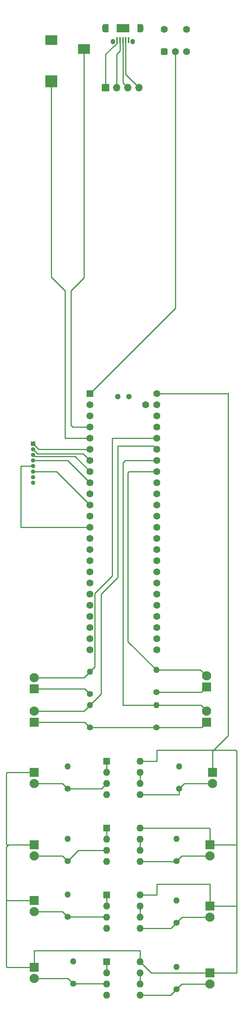
<source format=gbr>
%TF.GenerationSoftware,KiCad,Pcbnew,(6.0.1-0)*%
%TF.CreationDate,2022-01-31T22:42:59-05:00*%
%TF.ProjectId,Podoboard_0.3,506f646f-626f-4617-9264-5f302e332e6b,rev?*%
%TF.SameCoordinates,Original*%
%TF.FileFunction,Copper,L1,Top*%
%TF.FilePolarity,Positive*%
%FSLAX46Y46*%
G04 Gerber Fmt 4.6, Leading zero omitted, Abs format (unit mm)*
G04 Created by KiCad (PCBNEW (6.0.1-0)) date 2022-01-31 22:42:59*
%MOMM*%
%LPD*%
G01*
G04 APERTURE LIST*
G04 Aperture macros list*
%AMRoundRect*
0 Rectangle with rounded corners*
0 $1 Rounding radius*
0 $2 $3 $4 $5 $6 $7 $8 $9 X,Y pos of 4 corners*
0 Add a 4 corners polygon primitive as box body*
4,1,4,$2,$3,$4,$5,$6,$7,$8,$9,$2,$3,0*
0 Add four circle primitives for the rounded corners*
1,1,$1+$1,$2,$3*
1,1,$1+$1,$4,$5*
1,1,$1+$1,$6,$7*
1,1,$1+$1,$8,$9*
0 Add four rect primitives between the rounded corners*
20,1,$1+$1,$2,$3,$4,$5,0*
20,1,$1+$1,$4,$5,$6,$7,0*
20,1,$1+$1,$6,$7,$8,$9,0*
20,1,$1+$1,$8,$9,$2,$3,0*%
G04 Aperture macros list end*
%TA.AperFunction,ComponentPad*%
%ADD10C,1.600000*%
%TD*%
%TA.AperFunction,ComponentPad*%
%ADD11RoundRect,0.400000X-0.400000X0.400000X-0.400000X-0.400000X0.400000X-0.400000X0.400000X0.400000X0*%
%TD*%
%TA.AperFunction,ComponentPad*%
%ADD12R,1.700000X1.700000*%
%TD*%
%TA.AperFunction,ComponentPad*%
%ADD13O,1.700000X1.700000*%
%TD*%
%TA.AperFunction,ComponentPad*%
%ADD14R,1.600000X1.600000*%
%TD*%
%TA.AperFunction,ComponentPad*%
%ADD15C,1.300000*%
%TD*%
%TA.AperFunction,ComponentPad*%
%ADD16C,1.400000*%
%TD*%
%TA.AperFunction,ComponentPad*%
%ADD17O,1.400000X1.400000*%
%TD*%
%TA.AperFunction,ComponentPad*%
%ADD18O,1.600000X1.600000*%
%TD*%
%TA.AperFunction,ComponentPad*%
%ADD19R,2.100000X2.100000*%
%TD*%
%TA.AperFunction,ComponentPad*%
%ADD20C,2.100000*%
%TD*%
%TA.AperFunction,SMDPad,CuDef*%
%ADD21R,2.800000X2.200000*%
%TD*%
%TA.AperFunction,SMDPad,CuDef*%
%ADD22R,2.800000X2.800000*%
%TD*%
%TA.AperFunction,ComponentPad*%
%ADD23R,1.000000X1.000000*%
%TD*%
%TA.AperFunction,ComponentPad*%
%ADD24O,1.000000X1.000000*%
%TD*%
%TA.AperFunction,SMDPad,CuDef*%
%ADD25R,0.400000X1.350000*%
%TD*%
%TA.AperFunction,ComponentPad*%
%ADD26O,1.050000X1.250000*%
%TD*%
%TA.AperFunction,SMDPad,CuDef*%
%ADD27R,2.900000X1.900000*%
%TD*%
%TA.AperFunction,SMDPad,CuDef*%
%ADD28R,0.875000X1.900000*%
%TD*%
%TA.AperFunction,ComponentPad*%
%ADD29O,1.000000X1.900000*%
%TD*%
%TA.AperFunction,Conductor*%
%ADD30C,0.250000*%
%TD*%
G04 APERTURE END LIST*
D10*
%TO.P,SW1,*%
%TO.N,*%
X66675000Y-16520000D03*
X61595000Y-16520000D03*
D11*
%TO.P,SW1,1,A*%
%TO.N,Net-(J_GIGUE1-PadS)*%
X61595000Y-21600000D03*
D10*
%TO.P,SW1,2,B*%
%TO.N,GND*%
X64135000Y-21600000D03*
%TO.P,SW1,3,C*%
%TO.N,unconnected-(SW1-Pad3)*%
X66675000Y-21600000D03*
%TD*%
D12*
%TO.P,J9,1,VBUS*%
%TO.N,Net-(J8-Pad1)*%
X48270000Y-29845000D03*
D13*
%TO.P,J9,2,D-*%
%TO.N,Net-(J8-Pad2)*%
X50810000Y-29845000D03*
%TO.P,J9,3,D+*%
%TO.N,Net-(J8-Pad3)*%
X53350000Y-29845000D03*
%TO.P,J9,4,ID*%
%TO.N,Net-(J8-Pad4)*%
X55890000Y-29845000D03*
%TD*%
D14*
%TO.P,U4,1,GND*%
%TO.N,GND*%
X44694000Y-99558000D03*
D10*
%TO.P,U4,2,0_RX1_CRX2_CS1*%
%TO.N,unconnected-(U4-Pad2)*%
X44694000Y-102098000D03*
%TO.P,U4,3,1_TX1_CTX2_MISO1*%
%TO.N,unconnected-(U4-Pad3)*%
X44694000Y-104638000D03*
%TO.P,U4,4,2_OUT2*%
%TO.N,Net-(J_GIGUE1-PadR)*%
X44694000Y-107178000D03*
%TO.P,U4,5,3_LRCLK2*%
%TO.N,Net-(J_GIGUE1-PadT)*%
X44694000Y-109718000D03*
%TO.P,U4,6,4_BCLK2*%
%TO.N,BL*%
X44694000Y-112258000D03*
%TO.P,U4,7,5_IN2*%
%TO.N,RST*%
X44694000Y-114798000D03*
%TO.P,U4,8,6_OUT1D*%
%TO.N,DC*%
X44694000Y-117338000D03*
%TO.P,U4,9,7_RX2_OUT1A*%
%TO.N,CS*%
X44694000Y-119878000D03*
%TO.P,U4,10,8_TX2_IN1*%
%TO.N,unconnected-(U4-Pad10)*%
X44694000Y-122418000D03*
%TO.P,U4,11,9_OUT1C*%
%TO.N,DIN*%
X44694000Y-124958000D03*
%TO.P,U4,12,10_CS_MQSR*%
%TO.N,unconnected-(U4-Pad12)*%
X44694000Y-127498000D03*
%TO.P,U4,13,11_MOSI_CTX1*%
%TO.N,CLK*%
X44694000Y-130038000D03*
%TO.P,U4,14,12_MISO_MQSL*%
%TO.N,unconnected-(U4-Pad14)*%
X44694000Y-132578000D03*
%TO.P,U4,15,3V3*%
%TO.N,unconnected-(U4-Pad15)*%
X44694000Y-135118000D03*
%TO.P,U4,16,24_A10_TX6_SCL2*%
%TO.N,unconnected-(U4-Pad16)*%
X44694000Y-137658000D03*
%TO.P,U4,17,25_A11_RX6_SDA2*%
%TO.N,unconnected-(U4-Pad17)*%
X44694000Y-140198000D03*
%TO.P,U4,18,26_A12_MOSI1*%
%TO.N,unconnected-(U4-Pad18)*%
X44694000Y-142738000D03*
%TO.P,U4,19,27_A13_SCK1*%
%TO.N,unconnected-(U4-Pad19)*%
X44694000Y-145278000D03*
%TO.P,U4,20,28_RX7*%
%TO.N,unconnected-(U4-Pad20)*%
X44694000Y-147818000D03*
%TO.P,U4,21,29_TX7*%
%TO.N,unconnected-(U4-Pad21)*%
X44694000Y-150358000D03*
%TO.P,U4,22,30_CRX3*%
%TO.N,unconnected-(U4-Pad22)*%
X44694000Y-152898000D03*
%TO.P,U4,23,31_CTX3*%
%TO.N,unconnected-(U4-Pad23)*%
X44694000Y-155438000D03*
%TO.P,U4,24,32_OUT1B*%
%TO.N,unconnected-(U4-Pad24)*%
X44694000Y-157978000D03*
%TO.P,U4,25,33_MCLK2*%
%TO.N,unconnected-(U4-Pad25)*%
X59934000Y-157978000D03*
%TO.P,U4,26,34_RX8*%
%TO.N,unconnected-(U4-Pad26)*%
X59934000Y-155438000D03*
%TO.P,U4,27,35_TX8*%
%TO.N,unconnected-(U4-Pad27)*%
X59934000Y-152898000D03*
%TO.P,U4,28,36_CS*%
%TO.N,unconnected-(U4-Pad28)*%
X59934000Y-150358000D03*
%TO.P,U4,29,37_CS*%
%TO.N,unconnected-(U4-Pad29)*%
X59934000Y-147818000D03*
%TO.P,U4,30,38_CS1_IN1*%
%TO.N,unconnected-(U4-Pad30)*%
X59934000Y-145278000D03*
%TO.P,U4,31,39_MISO1_OUT1A*%
%TO.N,unconnected-(U4-Pad31)*%
X59934000Y-142738000D03*
%TO.P,U4,32,40_A16*%
%TO.N,Net-(U0-Pad6)*%
X59934000Y-140198000D03*
%TO.P,U4,33,41_A17*%
%TO.N,Net-(U1-Pad6)*%
X59934000Y-137658000D03*
%TO.P,U4,34,GND*%
%TO.N,unconnected-(U4-Pad34)*%
X59934000Y-135118000D03*
%TO.P,U4,35,13_SCK_LED*%
%TO.N,Net-(U2-Pad6)*%
X59934000Y-132578000D03*
%TO.P,U4,36,14_A0_TX3_SPDIF_OUT*%
%TO.N,Net-(U3-Pad6)*%
X59934000Y-130038000D03*
%TO.P,U4,37,15_A1_RX3_SPDIF_IN*%
%TO.N,Net-(U3-Pad1)*%
X59934000Y-127498000D03*
%TO.P,U4,38,16_A2_RX4_SCL1*%
%TO.N,Net-(U2-Pad1)*%
X59934000Y-124958000D03*
%TO.P,U4,39,17_A3_TX4_SDA1*%
%TO.N,Net-(U1-Pad1)*%
X59934000Y-122418000D03*
%TO.P,U4,40,18_A4_SDA*%
%TO.N,Net-(U0-Pad1)*%
X59934000Y-119878000D03*
%TO.P,U4,41,19_A5_SCL*%
%TO.N,Net-(U4-Pad41)*%
X59934000Y-117338000D03*
%TO.P,U4,42,20_A6_TX5_LRCLK1*%
%TO.N,Net-(U4-Pad42)*%
X59934000Y-114798000D03*
%TO.P,U4,43,21_A7_RX5_BCLK1*%
%TO.N,Net-(U4-Pad43)*%
X59934000Y-112258000D03*
%TO.P,U4,44,22_A8_CTX1*%
%TO.N,Net-(J10-Pad2)*%
X59934000Y-109718000D03*
%TO.P,U4,45,23_A9_CRX1_MCLK1*%
%TO.N,unconnected-(U4-Pad45)*%
X59934000Y-107178000D03*
%TO.P,U4,46,3V3*%
%TO.N,3.3v*%
X59934000Y-104638000D03*
%TO.P,U4,47,GND*%
%TO.N,Net-(R0-Pad2)*%
X59934000Y-102098000D03*
%TO.P,U4,48,VIN*%
%TO.N,Net-(J0-Pad1)*%
X59934000Y-99558000D03*
%TO.P,U4,49,VUSB*%
%TO.N,unconnected-(U4-Pad49)*%
X57394000Y-102098000D03*
D15*
%TO.P,U4,66,D-*%
%TO.N,unconnected-(U4-Pad66)*%
X53584000Y-100288000D03*
%TO.P,U4,67,D+*%
%TO.N,unconnected-(U4-Pad67)*%
X51044000Y-100288000D03*
%TD*%
D16*
%TO.P,R13,1*%
%TO.N,GND*%
X59817000Y-167667000D03*
D17*
%TO.P,R13,2*%
%TO.N,Net-(U4-Pad41)*%
X59817000Y-162587000D03*
%TD*%
D14*
%TO.P,U3,1*%
%TO.N,Net-(U3-Pad1)*%
X48514000Y-229108000D03*
D18*
%TO.P,U3,2*%
X48514000Y-231648000D03*
%TO.P,U3,3*%
%TO.N,Net-(J3-Pad2)*%
X48514000Y-234188000D03*
%TO.P,U3,4,GND*%
%TO.N,Net-(R0-Pad2)*%
X48514000Y-236728000D03*
%TO.P,U3,5*%
%TO.N,Net-(J4-Pad2)*%
X56134000Y-236728000D03*
%TO.P,U3,6*%
%TO.N,Net-(U3-Pad6)*%
X56134000Y-234188000D03*
%TO.P,U3,7*%
X56134000Y-231648000D03*
%TO.P,U3,8,V+*%
%TO.N,Net-(J0-Pad1)*%
X56134000Y-229108000D03*
%TD*%
D16*
%TO.P,R0,1*%
%TO.N,Net-(J0-Pad2)*%
X39614000Y-189678000D03*
D17*
%TO.P,R0,2*%
%TO.N,Net-(R0-Pad2)*%
X39614000Y-184598000D03*
%TD*%
D14*
%TO.P,U2,1*%
%TO.N,Net-(U2-Pad1)*%
X48514000Y-213868000D03*
D18*
%TO.P,U2,2*%
X48514000Y-216408000D03*
%TO.P,U2,3*%
%TO.N,Net-(J2-Pad2)*%
X48514000Y-218948000D03*
%TO.P,U2,4,GND*%
%TO.N,Net-(R0-Pad2)*%
X48514000Y-221488000D03*
%TO.P,U2,5*%
%TO.N,Net-(J5-Pad2)*%
X56134000Y-221488000D03*
%TO.P,U2,6*%
%TO.N,Net-(U2-Pad6)*%
X56134000Y-218948000D03*
%TO.P,U2,7*%
X56134000Y-216408000D03*
%TO.P,U2,8,V+*%
%TO.N,Net-(J0-Pad1)*%
X56134000Y-213868000D03*
%TD*%
D16*
%TO.P,R5,1*%
%TO.N,Net-(J5-Pad2)*%
X64394000Y-220208000D03*
D17*
%TO.P,R5,2*%
%TO.N,Net-(R0-Pad2)*%
X64394000Y-215128000D03*
%TD*%
D19*
%TO.P,J6,1,Pin_1*%
%TO.N,Net-(J0-Pad1)*%
X72014000Y-202428000D03*
D20*
%TO.P,J6,2,Pin_2*%
%TO.N,Net-(J6-Pad2)*%
X72014000Y-204968000D03*
%TD*%
D19*
%TO.P,J2,1,Pin_1*%
%TO.N,Net-(J0-Pad1)*%
X31994000Y-215128000D03*
D20*
%TO.P,J2,2,Pin_2*%
%TO.N,Net-(J2-Pad2)*%
X31994000Y-217668000D03*
%TD*%
D21*
%TO.P,J_GIGUE1,R*%
%TO.N,Net-(J_GIGUE1-PadR)*%
X43307000Y-21006000D03*
%TO.P,J_GIGUE1,S*%
%TO.N,Net-(J_GIGUE1-PadS)*%
X35907000Y-19006000D03*
D22*
%TO.P,J_GIGUE1,T*%
%TO.N,Net-(J_GIGUE1-PadT)*%
X35907000Y-28406000D03*
%TD*%
D19*
%TO.P,J7,1,Pin_1*%
%TO.N,Net-(J0-Pad1)*%
X72634000Y-185918000D03*
D20*
%TO.P,J7,2,Pin_2*%
%TO.N,Net-(J7-Pad2)*%
X72634000Y-188458000D03*
%TD*%
D16*
%TO.P,R1,1*%
%TO.N,Net-(J7-Pad2)*%
X65014000Y-189678000D03*
D17*
%TO.P,R1,2*%
%TO.N,Net-(R0-Pad2)*%
X65014000Y-184598000D03*
%TD*%
D19*
%TO.P,J12,1,Pin_1*%
%TO.N,GND*%
X71247000Y-174498000D03*
D20*
%TO.P,J12,2,Pin_2*%
%TO.N,Net-(U4-Pad42)*%
X71247000Y-171958000D03*
%TD*%
D19*
%TO.P,J13,1,Pin_1*%
%TO.N,GND*%
X71247000Y-166497000D03*
D20*
%TO.P,J13,2,Pin_2*%
%TO.N,Net-(U4-Pad41)*%
X71247000Y-163957000D03*
%TD*%
D23*
%TO.P,J_LCD1,1,Pin_1*%
%TO.N,BL*%
X31740000Y-110988000D03*
D24*
%TO.P,J_LCD1,2,Pin_2*%
%TO.N,RST*%
X31740000Y-112258000D03*
%TO.P,J_LCD1,3,Pin_3*%
%TO.N,DC*%
X31740000Y-113528000D03*
%TO.P,J_LCD1,4,Pin_4*%
%TO.N,CS*%
X31740000Y-114798000D03*
%TO.P,J_LCD1,5,Pin_5*%
%TO.N,CLK*%
X31740000Y-116068000D03*
%TO.P,J_LCD1,6,Pin_6*%
%TO.N,DIN*%
X31740000Y-117338000D03*
%TO.P,J_LCD1,7,Pin_7*%
%TO.N,GND*%
X31740000Y-118608000D03*
%TO.P,J_LCD1,8,Pin_8*%
%TO.N,3.3v*%
X31740000Y-119878000D03*
%TD*%
D16*
%TO.P,R12,1*%
%TO.N,GND*%
X59817000Y-175718000D03*
D17*
%TO.P,R12,2*%
%TO.N,Net-(U4-Pad42)*%
X59817000Y-170638000D03*
%TD*%
D14*
%TO.P,U1,1*%
%TO.N,Net-(U1-Pad1)*%
X48514000Y-198628000D03*
D18*
%TO.P,U1,2*%
X48514000Y-201168000D03*
%TO.P,U1,3*%
%TO.N,Net-(J1-Pad2)*%
X48514000Y-203708000D03*
%TO.P,U1,4,GND*%
%TO.N,Net-(R0-Pad2)*%
X48514000Y-206248000D03*
%TO.P,U1,5*%
%TO.N,Net-(J6-Pad2)*%
X56134000Y-206248000D03*
%TO.P,U1,6*%
%TO.N,Net-(U1-Pad6)*%
X56134000Y-203708000D03*
%TO.P,U1,7*%
X56134000Y-201168000D03*
%TO.P,U1,8,V+*%
%TO.N,Net-(J0-Pad1)*%
X56134000Y-198628000D03*
%TD*%
D19*
%TO.P,J11,1,Pin_1*%
%TO.N,GND*%
X31994000Y-174488000D03*
D20*
%TO.P,J11,2,Pin_2*%
%TO.N,Net-(U4-Pad43)*%
X31994000Y-171948000D03*
%TD*%
D16*
%TO.P,R11,1*%
%TO.N,GND*%
X44694000Y-175708000D03*
D17*
%TO.P,R11,2*%
%TO.N,Net-(U4-Pad43)*%
X44694000Y-170628000D03*
%TD*%
D19*
%TO.P,J3,1,Pin_1*%
%TO.N,Net-(J0-Pad1)*%
X31994000Y-230368000D03*
D20*
%TO.P,J3,2,Pin_2*%
%TO.N,Net-(J3-Pad2)*%
X31994000Y-232908000D03*
%TD*%
D19*
%TO.P,J5,1,Pin_1*%
%TO.N,Net-(J0-Pad1)*%
X72014000Y-216398000D03*
D20*
%TO.P,J5,2,Pin_2*%
%TO.N,Net-(J5-Pad2)*%
X72014000Y-218938000D03*
%TD*%
D16*
%TO.P,R6,1*%
%TO.N,Net-(J3-Pad2)*%
X40884000Y-234128000D03*
D17*
%TO.P,R6,2*%
%TO.N,Net-(R0-Pad2)*%
X40884000Y-229048000D03*
%TD*%
D16*
%TO.P,R4,1*%
%TO.N,Net-(J2-Pad2)*%
X39614000Y-218888000D03*
D17*
%TO.P,R4,2*%
%TO.N,Net-(R0-Pad2)*%
X39614000Y-213808000D03*
%TD*%
D16*
%TO.P,R3,1*%
%TO.N,Net-(J6-Pad2)*%
X64394000Y-206188000D03*
D17*
%TO.P,R3,2*%
%TO.N,Net-(R0-Pad2)*%
X64394000Y-201108000D03*
%TD*%
D19*
%TO.P,J1,1,Pin_1*%
%TO.N,Net-(J0-Pad1)*%
X31994000Y-202428000D03*
D20*
%TO.P,J1,2,Pin_2*%
%TO.N,Net-(J1-Pad2)*%
X31994000Y-204968000D03*
%TD*%
D25*
%TO.P,J8,1,VBUS*%
%TO.N,Net-(J8-Pad1)*%
X50897000Y-18953000D03*
%TO.P,J8,2,D-*%
%TO.N,Net-(J8-Pad2)*%
X51547000Y-18953000D03*
%TO.P,J8,3,D+*%
%TO.N,Net-(J8-Pad3)*%
X52197000Y-18953000D03*
%TO.P,J8,4,ID*%
%TO.N,Net-(J8-Pad4)*%
X52847000Y-18953000D03*
%TO.P,J8,5,GND*%
%TO.N,unconnected-(J8-Pad5)*%
X53497000Y-18953000D03*
D26*
%TO.P,J8,6,Shield*%
%TO.N,unconnected-(J8-Pad6)*%
X49972000Y-19278000D03*
D27*
X52197000Y-16278000D03*
D28*
X48459500Y-16278000D03*
D26*
X54422000Y-19278000D03*
D29*
X56372000Y-16278000D03*
X48022000Y-16278000D03*
D28*
X55934500Y-16278000D03*
%TD*%
D19*
%TO.P,J4,1,Pin_1*%
%TO.N,Net-(J0-Pad1)*%
X72014000Y-231638000D03*
D20*
%TO.P,J4,2,Pin_2*%
%TO.N,Net-(J4-Pad2)*%
X72014000Y-234178000D03*
%TD*%
D16*
%TO.P,R7,1*%
%TO.N,Net-(J4-Pad2)*%
X64394000Y-235398000D03*
D17*
%TO.P,R7,2*%
%TO.N,Net-(R0-Pad2)*%
X64394000Y-230318000D03*
%TD*%
D19*
%TO.P,J0,1,Pin_1*%
%TO.N,Net-(J0-Pad1)*%
X31994000Y-185918000D03*
D20*
%TO.P,J0,2,Pin_2*%
%TO.N,Net-(J0-Pad2)*%
X31994000Y-188458000D03*
%TD*%
D16*
%TO.P,R2,1*%
%TO.N,Net-(J1-Pad2)*%
X39614000Y-206188000D03*
D17*
%TO.P,R2,2*%
%TO.N,Net-(R0-Pad2)*%
X39614000Y-201108000D03*
%TD*%
D19*
%TO.P,J10,1,Pin_1*%
%TO.N,GND*%
X31994000Y-166868000D03*
D20*
%TO.P,J10,2,Pin_2*%
%TO.N,Net-(J10-Pad2)*%
X31994000Y-164328000D03*
%TD*%
D14*
%TO.P,U0,1*%
%TO.N,Net-(U0-Pad1)*%
X48514000Y-183388000D03*
D18*
%TO.P,U0,2*%
X48514000Y-185928000D03*
%TO.P,U0,3*%
%TO.N,Net-(J0-Pad2)*%
X48514000Y-188468000D03*
%TO.P,U0,4,GND*%
%TO.N,Net-(R0-Pad2)*%
X48514000Y-191008000D03*
%TO.P,U0,5*%
%TO.N,Net-(J7-Pad2)*%
X56134000Y-191008000D03*
%TO.P,U0,6*%
%TO.N,Net-(U0-Pad6)*%
X56134000Y-188468000D03*
%TO.P,U0,7*%
X56134000Y-185928000D03*
%TO.P,U0,8,V+*%
%TO.N,Net-(J0-Pad1)*%
X56134000Y-183388000D03*
%TD*%
D16*
%TO.P,R10,1*%
%TO.N,GND*%
X44694000Y-168088000D03*
D17*
%TO.P,R10,2*%
%TO.N,Net-(J10-Pad2)*%
X44694000Y-163008000D03*
%TD*%
D30*
%TO.N,GND*%
X59817000Y-175718000D02*
X44704000Y-175718000D01*
X44704000Y-175718000D02*
X44694000Y-175708000D01*
X59817000Y-167667000D02*
X70077000Y-167667000D01*
X70077000Y-167667000D02*
X71247000Y-166497000D01*
%TO.N,Net-(U4-Pad41)*%
X59817000Y-162587000D02*
X69877000Y-162587000D01*
X69877000Y-162587000D02*
X71247000Y-163957000D01*
%TO.N,Net-(U4-Pad42)*%
X59817000Y-170638000D02*
X52247000Y-170638000D01*
X52247000Y-170638000D02*
X52197000Y-170688000D01*
X59934000Y-114798000D02*
X52715000Y-114798000D01*
X52715000Y-114798000D02*
X52197000Y-115316000D01*
X52197000Y-115316000D02*
X52197000Y-170688000D01*
%TO.N,Net-(U4-Pad41)*%
X53604000Y-117338000D02*
X53340000Y-117602000D01*
X59934000Y-117338000D02*
X53604000Y-117338000D01*
X53340000Y-156110000D02*
X59817000Y-162587000D01*
X53340000Y-117602000D02*
X53340000Y-156110000D01*
%TO.N,DIN*%
X31740000Y-117338000D02*
X37074000Y-117338000D01*
X37074000Y-117338000D02*
X44694000Y-124958000D01*
%TO.N,CS*%
X31740000Y-114798000D02*
X39614000Y-114798000D01*
X39614000Y-114798000D02*
X44694000Y-119878000D01*
%TO.N,CLK*%
X31740000Y-116068000D02*
X28966000Y-116068000D01*
X28966000Y-116068000D02*
X28966000Y-130038000D01*
X28966000Y-130038000D02*
X44694000Y-130038000D01*
%TO.N,DC*%
X31740000Y-113528000D02*
X31740000Y-113631964D01*
X31740000Y-113631964D02*
X32027036Y-113919000D01*
X32027036Y-113919000D02*
X41275000Y-113919000D01*
X41275000Y-113919000D02*
X44694000Y-117338000D01*
%TO.N,RST*%
X31740000Y-112258000D02*
X32766000Y-113284000D01*
X32766000Y-113284000D02*
X43180000Y-113284000D01*
X43180000Y-113284000D02*
X44694000Y-114798000D01*
%TO.N,BL*%
X44694000Y-112258000D02*
X33010000Y-112258000D01*
X33010000Y-112258000D02*
X31740000Y-110988000D01*
%TO.N,Net-(J5-Pad2)*%
X64394000Y-220208000D02*
X63114000Y-221488000D01*
X63114000Y-221488000D02*
X56134000Y-221488000D01*
X72014000Y-218938000D02*
X65664000Y-218938000D01*
X65664000Y-218938000D02*
X64394000Y-220208000D01*
%TO.N,Net-(J0-Pad1)*%
X31994000Y-230368000D02*
X25791000Y-230368000D01*
X25791000Y-230368000D02*
X25781000Y-230378000D01*
X25781000Y-230378000D02*
X25644000Y-230241000D01*
X25644000Y-230241000D02*
X25644000Y-215001000D01*
X25961500Y-202618500D02*
X25644000Y-202301000D01*
X25644000Y-202301000D02*
X25644000Y-186065000D01*
X25644000Y-186065000D02*
X25791000Y-185918000D01*
X25791000Y-185918000D02*
X31994000Y-185918000D01*
X72014000Y-202428000D02*
X78105000Y-202428000D01*
X78105000Y-202428000D02*
X78105000Y-216398000D01*
X72014000Y-216398000D02*
X78105000Y-216398000D01*
X78105000Y-216408000D02*
X78105000Y-231638000D01*
X78105000Y-231638000D02*
X72014000Y-231638000D01*
X72634000Y-180838000D02*
X77841000Y-180838000D01*
X77841000Y-180838000D02*
X78095000Y-181092000D01*
X78095000Y-181092000D02*
X78095000Y-202428000D01*
%TO.N,Net-(J6-Pad2)*%
X72014000Y-204968000D02*
X65614000Y-204968000D01*
X65614000Y-204968000D02*
X64394000Y-206188000D01*
%TO.N,Net-(J0-Pad1)*%
X72014000Y-202428000D02*
X72014000Y-198760000D01*
X71882000Y-198628000D02*
X56134000Y-198628000D01*
X72014000Y-198760000D02*
X71882000Y-198628000D01*
X56134000Y-213868000D02*
X59924000Y-213868000D01*
X59924000Y-213868000D02*
X59944000Y-213848000D01*
X59944000Y-213848000D02*
X59944000Y-211455000D01*
X59944000Y-211455000D02*
X72014000Y-211455000D01*
X72014000Y-211455000D02*
X72014000Y-216398000D01*
%TO.N,Net-(J1-Pad2)*%
X39614000Y-206188000D02*
X39614000Y-206131000D01*
X39614000Y-206131000D02*
X42037000Y-203708000D01*
X42037000Y-203708000D02*
X48514000Y-203708000D01*
%TO.N,GND*%
X64135000Y-21600000D02*
X64135000Y-80117000D01*
X64135000Y-80117000D02*
X44694000Y-99558000D01*
%TO.N,Net-(J_GIGUE1-PadR)*%
X44694000Y-107178000D02*
X40757000Y-107178000D01*
X40757000Y-107178000D02*
X40376000Y-106797000D01*
X40376000Y-106797000D02*
X40376000Y-76083000D01*
X40376000Y-76083000D02*
X43307000Y-73152000D01*
X43307000Y-73152000D02*
X43307000Y-21006000D01*
%TO.N,Net-(J_GIGUE1-PadT)*%
X35907000Y-28406000D02*
X35907000Y-73011804D01*
X35907000Y-73011804D02*
X38979000Y-76083804D01*
%TO.N,Net-(J8-Pad4)*%
X52847000Y-18953000D02*
X52847000Y-26802000D01*
X52847000Y-26802000D02*
X55890000Y-29845000D01*
%TO.N,Net-(J8-Pad3)*%
X52197000Y-18953000D02*
X52197000Y-28692000D01*
X52197000Y-28692000D02*
X53350000Y-29845000D01*
%TO.N,Net-(J8-Pad2)*%
X51562000Y-21463000D02*
X50800000Y-22225000D01*
X50800000Y-22225000D02*
X50810000Y-22235000D01*
X50810000Y-22235000D02*
X50810000Y-29845000D01*
X51562000Y-20447000D02*
X51562000Y-21463000D01*
X51547000Y-18953000D02*
X51547000Y-20432000D01*
X51547000Y-20432000D02*
X51562000Y-20447000D01*
%TO.N,Net-(J8-Pad1)*%
X50897000Y-18953000D02*
X50897000Y-19654402D01*
X50897000Y-19654402D02*
X50323882Y-20227520D01*
X50323882Y-20227520D02*
X50257480Y-20227520D01*
X48270000Y-22215000D02*
X48270000Y-29845000D01*
X50257480Y-20227520D02*
X48270000Y-22215000D01*
%TO.N,Net-(J0-Pad1)*%
X25644000Y-215001000D02*
X25771000Y-215128000D01*
X25771000Y-215128000D02*
X31994000Y-215128000D01*
X58664000Y-231638000D02*
X56134000Y-229108000D01*
X31994000Y-226558000D02*
X56124000Y-226558000D01*
X76190000Y-99431000D02*
X76190000Y-177536000D01*
X31994000Y-230368000D02*
X31994000Y-226558000D01*
X76190000Y-177536000D02*
X72634000Y-181092000D01*
X25961500Y-202618500D02*
X26152000Y-202428000D01*
X56134000Y-226568000D02*
X56134000Y-229108000D01*
X76063000Y-99558000D02*
X76190000Y-99431000D01*
X72634000Y-180838000D02*
X72634000Y-181092000D01*
X25644000Y-202936000D02*
X25961500Y-202618500D01*
X59934000Y-180838000D02*
X72634000Y-180838000D01*
X25644000Y-215001000D02*
X25644000Y-202936000D01*
X59924000Y-183388000D02*
X59934000Y-183378000D01*
X56124000Y-226558000D02*
X56134000Y-226568000D01*
X72014000Y-231638000D02*
X58664000Y-231638000D01*
X56134000Y-183388000D02*
X59924000Y-183388000D01*
X72634000Y-181092000D02*
X72634000Y-185918000D01*
X59934000Y-183378000D02*
X59934000Y-180838000D01*
X26152000Y-202428000D02*
X31994000Y-202428000D01*
X59934000Y-99558000D02*
X76063000Y-99558000D01*
%TO.N,Net-(J0-Pad2)*%
X39614000Y-189678000D02*
X47304000Y-189678000D01*
X31994000Y-188458000D02*
X38394000Y-188458000D01*
X38394000Y-188458000D02*
X39614000Y-189678000D01*
X47304000Y-189678000D02*
X48514000Y-188468000D01*
%TO.N,Net-(J1-Pad2)*%
X31994000Y-204968000D02*
X38394000Y-204968000D01*
X38394000Y-204968000D02*
X39614000Y-206188000D01*
%TO.N,Net-(J2-Pad2)*%
X31994000Y-217668000D02*
X38394000Y-217668000D01*
X38394000Y-217668000D02*
X39614000Y-218888000D01*
X39614000Y-218888000D02*
X48454000Y-218888000D01*
X48454000Y-218888000D02*
X48514000Y-218948000D01*
%TO.N,Net-(J3-Pad2)*%
X31994000Y-232908000D02*
X39664000Y-232908000D01*
X48454000Y-234128000D02*
X48514000Y-234188000D01*
X40884000Y-234128000D02*
X48454000Y-234128000D01*
X39664000Y-232908000D02*
X40884000Y-234128000D01*
%TO.N,Net-(J4-Pad2)*%
X63064000Y-236728000D02*
X64394000Y-235398000D01*
X65614000Y-234178000D02*
X64394000Y-235398000D01*
X56134000Y-236728000D02*
X63064000Y-236728000D01*
X72014000Y-234178000D02*
X65614000Y-234178000D01*
%TO.N,Net-(J6-Pad2)*%
X64334000Y-206248000D02*
X64394000Y-206188000D01*
X56134000Y-206248000D02*
X64334000Y-206248000D01*
%TO.N,Net-(J7-Pad2)*%
X65014000Y-190998000D02*
X65004000Y-191008000D01*
X65004000Y-191008000D02*
X56134000Y-191008000D01*
X72634000Y-188458000D02*
X66234000Y-188458000D01*
X66234000Y-188458000D02*
X65014000Y-189678000D01*
X65014000Y-189678000D02*
X65014000Y-190998000D01*
%TO.N,Net-(U2-Pad6)*%
X56134000Y-216408000D02*
X56134000Y-218948000D01*
%TO.N,Net-(U1-Pad6)*%
X56134000Y-201168000D02*
X56134000Y-203708000D01*
%TO.N,Net-(U4-Pad43)*%
X59229489Y-111553489D02*
X59934000Y-112258000D01*
X44694000Y-170628000D02*
X47234000Y-168088000D01*
X51044000Y-141468000D02*
X51044000Y-111553489D01*
X47234000Y-168088000D02*
X47234000Y-145278000D01*
X47234000Y-145278000D02*
X51044000Y-141468000D01*
X51044000Y-111553489D02*
X59229489Y-111553489D01*
X31994000Y-171948000D02*
X43374000Y-171948000D01*
X43374000Y-171948000D02*
X44694000Y-170628000D01*
%TO.N,Net-(U0-Pad6)*%
X56134000Y-185928000D02*
X56134000Y-188468000D01*
%TO.N,Net-(U0-Pad1)*%
X48514000Y-183388000D02*
X48514000Y-185928000D01*
%TO.N,GND*%
X70194000Y-175708000D02*
X71364000Y-174538000D01*
X31994000Y-174488000D02*
X43474000Y-174488000D01*
X43474000Y-166868000D02*
X44694000Y-168088000D01*
X31994000Y-166868000D02*
X43474000Y-166868000D01*
X43474000Y-174488000D02*
X44694000Y-175708000D01*
X59934000Y-175708000D02*
X70194000Y-175708000D01*
%TO.N,Net-(J10-Pad2)*%
X45818511Y-145103189D02*
X45818511Y-161883489D01*
%TO.N,Net-(U4-Pad42)*%
X59934000Y-170628000D02*
X69994000Y-170628000D01*
%TO.N,Net-(J10-Pad2)*%
X49774000Y-141147700D02*
X45818511Y-145103189D01*
X49774000Y-109718000D02*
X49774000Y-141147700D01*
X59934000Y-109718000D02*
X49774000Y-109718000D01*
X45818511Y-161883489D02*
X44694000Y-163008000D01*
%TO.N,Net-(U4-Pad42)*%
X69994000Y-170628000D02*
X71364000Y-171998000D01*
%TO.N,Net-(J10-Pad2)*%
X31994000Y-164328000D02*
X43374000Y-164328000D01*
X43374000Y-164328000D02*
X44694000Y-163008000D01*
%TO.N,Net-(U1-Pad1)*%
X48514000Y-198628000D02*
X48514000Y-201168000D01*
%TO.N,Net-(J_GIGUE1-PadT)*%
X38979000Y-76083804D02*
X38979000Y-109718000D01*
X38979000Y-109718000D02*
X44694000Y-109718000D01*
%TO.N,Net-(U2-Pad1)*%
X48514000Y-213868000D02*
X48514000Y-216408000D01*
%TO.N,Net-(U3-Pad1)*%
X48514000Y-229108000D02*
X48514000Y-231648000D01*
%TO.N,Net-(U3-Pad6)*%
X56134000Y-231648000D02*
X56134000Y-234188000D01*
%TD*%
M02*

</source>
